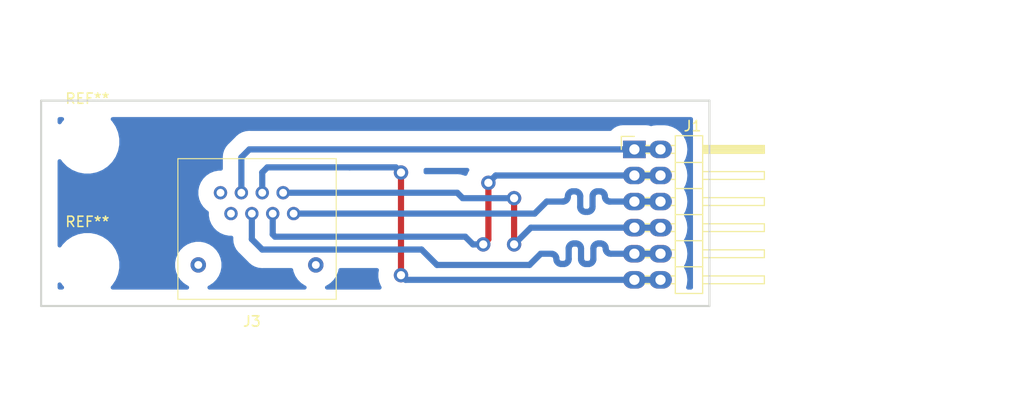
<source format=kicad_pcb>
(kicad_pcb (version 20171130) (host pcbnew "(5.1.6)-1")

  (general
    (thickness 1.6)
    (drawings 4)
    (tracks 185)
    (zones 0)
    (modules 4)
    (nets 7)
  )

  (page A4)
  (layers
    (0 F.Cu signal)
    (31 B.Cu signal)
    (32 B.Adhes user)
    (33 F.Adhes user)
    (34 B.Paste user)
    (35 F.Paste user)
    (36 B.SilkS user)
    (37 F.SilkS user hide)
    (38 B.Mask user)
    (39 F.Mask user)
    (40 Dwgs.User user hide)
    (41 Cmts.User user)
    (42 Eco1.User user)
    (43 Eco2.User user)
    (44 Edge.Cuts user)
    (45 Margin user)
    (46 B.CrtYd user)
    (47 F.CrtYd user)
    (48 B.Fab user)
    (49 F.Fab user hide)
  )

  (setup
    (last_trace_width 0.25)
    (user_trace_width 0.3)
    (user_trace_width 0.4)
    (user_trace_width 0.6)
    (trace_clearance 0.2)
    (zone_clearance 1.5)
    (zone_45_only no)
    (trace_min 0.2)
    (via_size 0.8)
    (via_drill 0.4)
    (via_min_size 0.4)
    (via_min_drill 0.3)
    (user_via 0.8 0.5)
    (user_via 1.4 0.8)
    (uvia_size 0.3)
    (uvia_drill 0.1)
    (uvias_allowed no)
    (uvia_min_size 0.2)
    (uvia_min_drill 0.1)
    (edge_width 0.15)
    (segment_width 0.2)
    (pcb_text_width 0.3)
    (pcb_text_size 1.5 1.5)
    (mod_edge_width 0.15)
    (mod_text_size 1 1)
    (mod_text_width 0.15)
    (pad_size 3.2 3.2)
    (pad_drill 3.2)
    (pad_to_mask_clearance 0.051)
    (solder_mask_min_width 0.25)
    (aux_axis_origin 0 0)
    (visible_elements 7FFFFFFF)
    (pcbplotparams
      (layerselection 0x01000_fffffffe)
      (usegerberextensions false)
      (usegerberattributes false)
      (usegerberadvancedattributes false)
      (creategerberjobfile false)
      (excludeedgelayer true)
      (linewidth 0.400000)
      (plotframeref false)
      (viasonmask false)
      (mode 1)
      (useauxorigin false)
      (hpglpennumber 1)
      (hpglpenspeed 20)
      (hpglpendiameter 15.000000)
      (psnegative false)
      (psa4output false)
      (plotreference true)
      (plotvalue true)
      (plotinvisibletext false)
      (padsonsilk false)
      (subtractmaskfromsilk false)
      (outputformat 1)
      (mirror false)
      (drillshape 0)
      (scaleselection 1)
      (outputdirectory "RJ45_breakout_gerber/"))
  )

  (net 0 "")
  (net 1 orange)
  (net 2 w_blue)
  (net 3 blue)
  (net 4 w_orange)
  (net 5 w_green)
  (net 6 green)

  (net_class Default "This is the default net class."
    (clearance 0.2)
    (trace_width 0.25)
    (via_dia 0.8)
    (via_drill 0.4)
    (uvia_dia 0.3)
    (uvia_drill 0.1)
    (add_net blue)
    (add_net green)
    (add_net orange)
    (add_net w_blue)
    (add_net w_green)
    (add_net w_orange)
  )

  (module Pin_Headers:Pin_Header_Angled_2x06_Pitch2.54mm (layer F.Cu) (tedit 5F7F3386) (tstamp 5F7F2F66)
    (at 72.7 119.75)
    (descr "Through hole angled pin header, 2x06, 2.54mm pitch, 6mm pin length, double rows")
    (tags "Through hole angled pin header THT 2x06 2.54mm double row")
    (path /5F8001CD)
    (fp_text reference J1 (at 5.655 -2.27) (layer F.SilkS)
      (effects (font (size 1 1) (thickness 0.15)))
    )
    (fp_text value Conn_02x06_Odd_Even (at 5.655 14.97) (layer F.Fab)
      (effects (font (size 1 1) (thickness 0.15)))
    )
    (fp_line (start 13.1 -1.8) (end -1.8 -1.8) (layer F.CrtYd) (width 0.05))
    (fp_line (start 13.1 14.5) (end 13.1 -1.8) (layer F.CrtYd) (width 0.05))
    (fp_line (start -1.8 14.5) (end 13.1 14.5) (layer F.CrtYd) (width 0.05))
    (fp_line (start -1.8 -1.8) (end -1.8 14.5) (layer F.CrtYd) (width 0.05))
    (fp_line (start -1.27 -1.27) (end 0 -1.27) (layer F.SilkS) (width 0.12))
    (fp_line (start -1.27 0) (end -1.27 -1.27) (layer F.SilkS) (width 0.12))
    (fp_line (start 1.042929 13.08) (end 1.497071 13.08) (layer F.SilkS) (width 0.12))
    (fp_line (start 1.042929 12.32) (end 1.497071 12.32) (layer F.SilkS) (width 0.12))
    (fp_line (start 3.582929 13.08) (end 3.98 13.08) (layer F.SilkS) (width 0.12))
    (fp_line (start 3.582929 12.32) (end 3.98 12.32) (layer F.SilkS) (width 0.12))
    (fp_line (start 12.64 13.08) (end 6.64 13.08) (layer F.SilkS) (width 0.12))
    (fp_line (start 12.64 12.32) (end 12.64 13.08) (layer F.SilkS) (width 0.12))
    (fp_line (start 6.64 12.32) (end 12.64 12.32) (layer F.SilkS) (width 0.12))
    (fp_line (start 3.98 11.43) (end 6.64 11.43) (layer F.SilkS) (width 0.12))
    (fp_line (start 1.042929 10.54) (end 1.497071 10.54) (layer F.SilkS) (width 0.12))
    (fp_line (start 1.042929 9.78) (end 1.497071 9.78) (layer F.SilkS) (width 0.12))
    (fp_line (start 3.582929 10.54) (end 3.98 10.54) (layer F.SilkS) (width 0.12))
    (fp_line (start 3.582929 9.78) (end 3.98 9.78) (layer F.SilkS) (width 0.12))
    (fp_line (start 12.64 10.54) (end 6.64 10.54) (layer F.SilkS) (width 0.12))
    (fp_line (start 12.64 9.78) (end 12.64 10.54) (layer F.SilkS) (width 0.12))
    (fp_line (start 6.64 9.78) (end 12.64 9.78) (layer F.SilkS) (width 0.12))
    (fp_line (start 3.98 8.89) (end 6.64 8.89) (layer F.SilkS) (width 0.12))
    (fp_line (start 1.042929 8) (end 1.497071 8) (layer F.SilkS) (width 0.12))
    (fp_line (start 1.042929 7.24) (end 1.497071 7.24) (layer F.SilkS) (width 0.12))
    (fp_line (start 3.582929 8) (end 3.98 8) (layer F.SilkS) (width 0.12))
    (fp_line (start 3.582929 7.24) (end 3.98 7.24) (layer F.SilkS) (width 0.12))
    (fp_line (start 12.64 8) (end 6.64 8) (layer F.SilkS) (width 0.12))
    (fp_line (start 12.64 7.24) (end 12.64 8) (layer F.SilkS) (width 0.12))
    (fp_line (start 6.64 7.24) (end 12.64 7.24) (layer F.SilkS) (width 0.12))
    (fp_line (start 3.98 6.35) (end 6.64 6.35) (layer F.SilkS) (width 0.12))
    (fp_line (start 1.042929 5.46) (end 1.497071 5.46) (layer F.SilkS) (width 0.12))
    (fp_line (start 1.042929 4.7) (end 1.497071 4.7) (layer F.SilkS) (width 0.12))
    (fp_line (start 3.582929 5.46) (end 3.98 5.46) (layer F.SilkS) (width 0.12))
    (fp_line (start 3.582929 4.7) (end 3.98 4.7) (layer F.SilkS) (width 0.12))
    (fp_line (start 12.64 5.46) (end 6.64 5.46) (layer F.SilkS) (width 0.12))
    (fp_line (start 12.64 4.7) (end 12.64 5.46) (layer F.SilkS) (width 0.12))
    (fp_line (start 6.64 4.7) (end 12.64 4.7) (layer F.SilkS) (width 0.12))
    (fp_line (start 3.98 3.81) (end 6.64 3.81) (layer F.SilkS) (width 0.12))
    (fp_line (start 1.042929 2.92) (end 1.497071 2.92) (layer F.SilkS) (width 0.12))
    (fp_line (start 1.042929 2.16) (end 1.497071 2.16) (layer F.SilkS) (width 0.12))
    (fp_line (start 3.582929 2.92) (end 3.98 2.92) (layer F.SilkS) (width 0.12))
    (fp_line (start 3.582929 2.16) (end 3.98 2.16) (layer F.SilkS) (width 0.12))
    (fp_line (start 12.64 2.92) (end 6.64 2.92) (layer F.SilkS) (width 0.12))
    (fp_line (start 12.64 2.16) (end 12.64 2.92) (layer F.SilkS) (width 0.12))
    (fp_line (start 6.64 2.16) (end 12.64 2.16) (layer F.SilkS) (width 0.12))
    (fp_line (start 3.98 1.27) (end 6.64 1.27) (layer F.SilkS) (width 0.12))
    (fp_line (start 1.11 0.38) (end 1.497071 0.38) (layer F.SilkS) (width 0.12))
    (fp_line (start 1.11 -0.38) (end 1.497071 -0.38) (layer F.SilkS) (width 0.12))
    (fp_line (start 3.582929 0.38) (end 3.98 0.38) (layer F.SilkS) (width 0.12))
    (fp_line (start 3.582929 -0.38) (end 3.98 -0.38) (layer F.SilkS) (width 0.12))
    (fp_line (start 6.64 0.28) (end 12.64 0.28) (layer F.SilkS) (width 0.12))
    (fp_line (start 6.64 0.16) (end 12.64 0.16) (layer F.SilkS) (width 0.12))
    (fp_line (start 6.64 0.04) (end 12.64 0.04) (layer F.SilkS) (width 0.12))
    (fp_line (start 6.64 -0.08) (end 12.64 -0.08) (layer F.SilkS) (width 0.12))
    (fp_line (start 6.64 -0.2) (end 12.64 -0.2) (layer F.SilkS) (width 0.12))
    (fp_line (start 6.64 -0.32) (end 12.64 -0.32) (layer F.SilkS) (width 0.12))
    (fp_line (start 12.64 0.38) (end 6.64 0.38) (layer F.SilkS) (width 0.12))
    (fp_line (start 12.64 -0.38) (end 12.64 0.38) (layer F.SilkS) (width 0.12))
    (fp_line (start 6.64 -0.38) (end 12.64 -0.38) (layer F.SilkS) (width 0.12))
    (fp_line (start 6.64 -1.33) (end 3.98 -1.33) (layer F.SilkS) (width 0.12))
    (fp_line (start 6.64 14.03) (end 6.64 -1.33) (layer F.SilkS) (width 0.12))
    (fp_line (start 3.98 14.03) (end 6.64 14.03) (layer F.SilkS) (width 0.12))
    (fp_line (start 3.98 -1.33) (end 3.98 14.03) (layer F.SilkS) (width 0.12))
    (fp_line (start 6.58 13.02) (end 12.58 13.02) (layer F.Fab) (width 0.1))
    (fp_line (start 12.58 12.38) (end 12.58 13.02) (layer F.Fab) (width 0.1))
    (fp_line (start 6.58 12.38) (end 12.58 12.38) (layer F.Fab) (width 0.1))
    (fp_line (start -0.32 13.02) (end 4.04 13.02) (layer F.Fab) (width 0.1))
    (fp_line (start -0.32 12.38) (end -0.32 13.02) (layer F.Fab) (width 0.1))
    (fp_line (start -0.32 12.38) (end 4.04 12.38) (layer F.Fab) (width 0.1))
    (fp_line (start 6.58 10.48) (end 12.58 10.48) (layer F.Fab) (width 0.1))
    (fp_line (start 12.58 9.84) (end 12.58 10.48) (layer F.Fab) (width 0.1))
    (fp_line (start 6.58 9.84) (end 12.58 9.84) (layer F.Fab) (width 0.1))
    (fp_line (start -0.32 10.48) (end 4.04 10.48) (layer F.Fab) (width 0.1))
    (fp_line (start -0.32 9.84) (end -0.32 10.48) (layer F.Fab) (width 0.1))
    (fp_line (start -0.32 9.84) (end 4.04 9.84) (layer F.Fab) (width 0.1))
    (fp_line (start 6.58 7.94) (end 12.58 7.94) (layer F.Fab) (width 0.1))
    (fp_line (start 12.58 7.3) (end 12.58 7.94) (layer F.Fab) (width 0.1))
    (fp_line (start 6.58 7.3) (end 12.58 7.3) (layer F.Fab) (width 0.1))
    (fp_line (start -0.32 7.94) (end 4.04 7.94) (layer F.Fab) (width 0.1))
    (fp_line (start -0.32 7.3) (end -0.32 7.94) (layer F.Fab) (width 0.1))
    (fp_line (start -0.32 7.3) (end 4.04 7.3) (layer F.Fab) (width 0.1))
    (fp_line (start 6.58 5.4) (end 12.58 5.4) (layer F.Fab) (width 0.1))
    (fp_line (start 12.58 4.76) (end 12.58 5.4) (layer F.Fab) (width 0.1))
    (fp_line (start 6.58 4.76) (end 12.58 4.76) (layer F.Fab) (width 0.1))
    (fp_line (start -0.32 5.4) (end 4.04 5.4) (layer F.Fab) (width 0.1))
    (fp_line (start -0.32 4.76) (end -0.32 5.4) (layer F.Fab) (width 0.1))
    (fp_line (start -0.32 4.76) (end 4.04 4.76) (layer F.Fab) (width 0.1))
    (fp_line (start 6.58 2.86) (end 12.58 2.86) (layer F.Fab) (width 0.1))
    (fp_line (start 12.58 2.22) (end 12.58 2.86) (layer F.Fab) (width 0.1))
    (fp_line (start 6.58 2.22) (end 12.58 2.22) (layer F.Fab) (width 0.1))
    (fp_line (start -0.32 2.86) (end 4.04 2.86) (layer F.Fab) (width 0.1))
    (fp_line (start -0.32 2.22) (end -0.32 2.86) (layer F.Fab) (width 0.1))
    (fp_line (start -0.32 2.22) (end 4.04 2.22) (layer F.Fab) (width 0.1))
    (fp_line (start 6.58 0.32) (end 12.58 0.32) (layer F.Fab) (width 0.1))
    (fp_line (start 12.58 -0.32) (end 12.58 0.32) (layer F.Fab) (width 0.1))
    (fp_line (start 6.58 -0.32) (end 12.58 -0.32) (layer F.Fab) (width 0.1))
    (fp_line (start -0.32 0.32) (end 4.04 0.32) (layer F.Fab) (width 0.1))
    (fp_line (start -0.32 -0.32) (end -0.32 0.32) (layer F.Fab) (width 0.1))
    (fp_line (start -0.32 -0.32) (end 4.04 -0.32) (layer F.Fab) (width 0.1))
    (fp_line (start 4.04 -0.635) (end 4.675 -1.27) (layer F.Fab) (width 0.1))
    (fp_line (start 4.04 13.97) (end 4.04 -0.635) (layer F.Fab) (width 0.1))
    (fp_line (start 6.58 13.97) (end 4.04 13.97) (layer F.Fab) (width 0.1))
    (fp_line (start 6.58 -1.27) (end 6.58 13.97) (layer F.Fab) (width 0.1))
    (fp_line (start 4.675 -1.27) (end 6.58 -1.27) (layer F.Fab) (width 0.1))
    (fp_text user %R (at 5.31 6.35 90) (layer F.Fab)
      (effects (font (size 1 1) (thickness 0.15)))
    )
    (pad 12 thru_hole oval (at 2.54 12.7) (size 2.2 1.7) (drill 1) (layers *.Cu *.Mask)
      (net 2 w_blue))
    (pad 11 thru_hole oval (at 0 12.7) (size 2.2 1.7) (drill 1) (layers *.Cu *.Mask)
      (net 2 w_blue))
    (pad 10 thru_hole oval (at 2.54 10.16) (size 2.2 1.7) (drill 1) (layers *.Cu *.Mask)
      (net 3 blue))
    (pad 9 thru_hole oval (at 0 10.16) (size 2.2 1.7) (drill 1) (layers *.Cu *.Mask)
      (net 3 blue))
    (pad 8 thru_hole oval (at 2.54 7.62) (size 2.2 1.7) (drill 1) (layers *.Cu *.Mask)
      (net 6 green))
    (pad 7 thru_hole oval (at 0 7.62) (size 2.2 1.7) (drill 1) (layers *.Cu *.Mask)
      (net 6 green))
    (pad 6 thru_hole oval (at 2.54 5.08) (size 2.2 1.7) (drill 1) (layers *.Cu *.Mask)
      (net 5 w_green))
    (pad 5 thru_hole oval (at 0 5.08) (size 2.2 1.7) (drill 1) (layers *.Cu *.Mask)
      (net 5 w_green))
    (pad 4 thru_hole oval (at 2.54 2.54) (size 2.2 1.7) (drill 1) (layers *.Cu *.Mask)
      (net 4 w_orange))
    (pad 3 thru_hole oval (at 0 2.54) (size 2.2 1.7) (drill 1) (layers *.Cu *.Mask)
      (net 4 w_orange))
    (pad 2 thru_hole oval (at 2.54 0) (size 2.2 1.7) (drill 1) (layers *.Cu *.Mask)
      (net 1 orange))
    (pad 1 thru_hole rect (at 0 0) (size 2.2 1.7) (drill 1) (layers *.Cu *.Mask)
      (net 1 orange))
    (model ${KISYS3DMOD}/Pin_Headers.3dshapes/Pin_Header_Angled_2x06_Pitch2.54mm.wrl
      (at (xyz 0 0 0))
      (scale (xyz 1 1 1))
      (rotate (xyz 0 0 0))
    )
  )

  (module Mounting_Holes:MountingHole_3.2mm_M3 (layer F.Cu) (tedit 5FA443FA) (tstamp 5F7F4B41)
    (at 19.5 119)
    (descr "Mounting Hole 3.2mm, no annular, M3")
    (tags "mounting hole 3.2mm no annular m3")
    (attr virtual)
    (fp_text reference REF** (at 0 -4.2) (layer F.SilkS)
      (effects (font (size 1 1) (thickness 0.15)))
    )
    (fp_text value MountingHole_3.2mm_M3 (at 0 4.2) (layer F.Fab)
      (effects (font (size 1 1) (thickness 0.15)))
    )
    (fp_circle (center 0 0) (end 3.2 0) (layer Cmts.User) (width 0.15))
    (fp_circle (center 0 0) (end 3.45 0) (layer F.CrtYd) (width 0.05))
    (fp_text user %R (at 0.3 0) (layer F.Fab)
      (effects (font (size 1 1) (thickness 0.15)))
    )
    (pad "" np_thru_hole circle (at 0 0) (size 3.2 3.2) (drill 3.2) (layers *.Cu *.Mask))
  )

  (module Mounting_Holes:MountingHole_3.2mm_M3 (layer F.Cu) (tedit 56D1B4CB) (tstamp 5FA43F00)
    (at 19.5 131)
    (descr "Mounting Hole 3.2mm, no annular, M3")
    (tags "mounting hole 3.2mm no annular m3")
    (attr virtual)
    (fp_text reference REF** (at 0 -4.2) (layer F.SilkS)
      (effects (font (size 1 1) (thickness 0.15)))
    )
    (fp_text value MountingHole_3.2mm_M3 (at 0 4.2) (layer F.Fab)
      (effects (font (size 1 1) (thickness 0.15)))
    )
    (fp_circle (center 0 0) (end 3.2 0) (layer Cmts.User) (width 0.15))
    (fp_circle (center 0 0) (end 3.45 0) (layer F.CrtYd) (width 0.05))
    (fp_text user %R (at 0.3 0 90) (layer F.Fab)
      (effects (font (size 1 1) (thickness 0.15)))
    )
    (pad 1 np_thru_hole circle (at 0 0) (size 3.2 3.2) (drill 3.2) (layers *.Cu *.Mask))
  )

  (module wireless:RJ-45_1572189 (layer F.Cu) (tedit 5F7F3314) (tstamp 5DC170FD)
    (at 36 126)
    (path /5DC165BF)
    (fp_text reference J3 (at -0.5 10.5 180) (layer F.SilkS)
      (effects (font (size 1 1) (thickness 0.15)))
    )
    (fp_text value RJ45 (at 0 7 180) (layer F.Fab)
      (effects (font (size 1 1) (thickness 0.15)))
    )
    (fp_line (start -7.7 -5.35) (end 7.7 -5.35) (layer F.SilkS) (width 0.1))
    (fp_line (start 7.7 -5.35) (end 7.7 8.35) (layer F.SilkS) (width 0.1))
    (fp_line (start 7.7 8.35) (end -7.7 8.35) (layer F.SilkS) (width 0.1))
    (fp_line (start -7.7 8.35) (end -7.7 -5.35) (layer F.SilkS) (width 0.1))
    (pad "" np_thru_hole circle (at 5.715 5) (size 1.5 1.5) (drill 0.762) (layers *.Cu *.Mask))
    (pad "" np_thru_hole circle (at -5.715 5) (size 1.5 1.5) (drill 0.762) (layers *.Cu *.Mask))
    (pad 8 thru_hole circle (at -2.535 0) (size 1.3 1.3) (drill 0.762) (layers *.Cu *.Mask))
    (pad 4 thru_hole circle (at -0.505 0) (size 1.3 1.3) (drill 0.762) (layers *.Cu *.Mask)
      (net 3 blue))
    (pad 3 thru_hole circle (at 1.525 0) (size 1.3 1.3) (drill 0.762) (layers *.Cu *.Mask)
      (net 4 w_orange))
    (pad 2 thru_hole circle (at 3.555 0) (size 1.3 1.3) (drill 0.762) (layers *.Cu *.Mask)
      (net 5 w_green))
    (pad 1 thru_hole circle (at 2.535 -2.03) (size 1.3 1.3) (drill 0.762) (layers *.Cu *.Mask)
      (net 6 green))
    (pad 5 thru_hole circle (at 0.505 -2.03) (size 1.3 1.3) (drill 0.762) (layers *.Cu *.Mask)
      (net 2 w_blue))
    (pad 6 thru_hole circle (at -1.525 -2.03) (size 1.3 1.3) (drill 0.762) (layers *.Cu *.Mask)
      (net 1 orange))
    (pad 7 thru_hole circle (at -3.555 -2.03) (size 1.3 1.3) (drill 0.762) (layers *.Cu *.Mask))
  )

  (gr_line (start 15 135) (end 15 115) (layer Edge.Cuts) (width 0.2))
  (gr_line (start 80 135) (end 15 135) (layer Edge.Cuts) (width 0.2) (tstamp 5FA4422F))
  (gr_line (start 80 115) (end 80 135) (layer Edge.Cuts) (width 0.2))
  (gr_line (start 15 115) (end 80 115) (layer Edge.Cuts) (width 0.2))

  (segment (start 72.7 119.75) (end 75.24 119.75) (width 0.6) (layer B.Cu) (net 1))
  (segment (start 35.25 119.75) (end 34.475 120.525) (width 0.6) (layer B.Cu) (net 1))
  (segment (start 72.7 119.75) (end 35.25 119.75) (width 0.6) (layer B.Cu) (net 1))
  (segment (start 34.475 120.525) (end 34.475 123.97) (width 0.6) (layer B.Cu) (net 1))
  (segment (start 72.7 132.45) (end 75.24 132.45) (width 0.6) (layer B.Cu) (net 2))
  (segment (start 36.505 123.97) (end 36.505 121.995) (width 0.6) (layer B.Cu) (net 2))
  (segment (start 36.505 121.995) (end 37 121.5) (width 0.6) (layer B.Cu) (net 2))
  (segment (start 37 121.5) (end 45 121.5) (width 0.6) (layer B.Cu) (net 2))
  (segment (start 45 121.5) (end 49.5 121.5) (width 0.6) (layer B.Cu) (net 2))
  (via (at 50 122) (size 1.4) (drill 0.8) (layers F.Cu B.Cu) (net 2))
  (segment (start 49.5 121.5) (end 50 122) (width 0.6) (layer B.Cu) (net 2))
  (segment (start 50 122) (end 50 132) (width 0.6) (layer F.Cu) (net 2))
  (via (at 50 132) (size 1.4) (drill 0.8) (layers F.Cu B.Cu) (net 2))
  (segment (start 50.45 132.45) (end 50 132) (width 0.6) (layer B.Cu) (net 2))
  (segment (start 72.7 132.45) (end 50.45 132.45) (width 0.6) (layer B.Cu) (net 2))
  (segment (start 72.7 129.91) (end 75.24 129.91) (width 0.6) (layer B.Cu) (net 3))
  (segment (start 35.495 128.495) (end 35.495 126) (width 0.6) (layer B.Cu) (net 3))
  (segment (start 36.5 129.5) (end 35.495 128.495) (width 0.6) (layer B.Cu) (net 3))
  (segment (start 52 129.5) (end 36.5 129.5) (width 0.6) (layer B.Cu) (net 3))
  (segment (start 53.5 131) (end 52 129.5) (width 0.6) (layer B.Cu) (net 3))
  (segment (start 63.59 129.91) (end 62.5 131) (width 0.6) (layer B.Cu) (net 3))
  (segment (start 64.61 129.91) (end 63.59 129.91) (width 0.6) (layer B.Cu) (net 3))
  (segment (start 64.72126 129.922537) (end 64.61 129.91) (width 0.6) (layer B.Cu) (net 3))
  (segment (start 64.826941 129.959516) (end 64.72126 129.922537) (width 0.6) (layer B.Cu) (net 3))
  (segment (start 64.921744 130.019085) (end 64.826941 129.959516) (width 0.6) (layer B.Cu) (net 3))
  (segment (start 65.000915 130.098256) (end 64.921744 130.019085) (width 0.6) (layer B.Cu) (net 3))
  (segment (start 65.060484 130.193059) (end 65.000915 130.098256) (width 0.6) (layer B.Cu) (net 3))
  (segment (start 65.097463 130.29874) (end 65.060484 130.193059) (width 0.6) (layer B.Cu) (net 3))
  (segment (start 65.122536 130.521261) (end 65.097463 130.29874) (width 0.6) (layer B.Cu) (net 3))
  (segment (start 65.219084 130.721745) (end 65.159515 130.626942) (width 0.6) (layer B.Cu) (net 3))
  (segment (start 65.393058 130.860485) (end 65.298255 130.800916) (width 0.6) (layer B.Cu) (net 3))
  (segment (start 65.498739 130.897464) (end 65.393058 130.860485) (width 0.6) (layer B.Cu) (net 3))
  (segment (start 65.61 130.91) (end 65.498739 130.897464) (width 0.6) (layer B.Cu) (net 3))
  (segment (start 65.81 130.91) (end 65.61 130.91) (width 0.6) (layer B.Cu) (net 3))
  (segment (start 65.92126 130.897464) (end 65.81 130.91) (width 0.6) (layer B.Cu) (net 3))
  (segment (start 66.026941 130.860485) (end 65.92126 130.897464) (width 0.6) (layer B.Cu) (net 3))
  (segment (start 66.200915 130.721745) (end 66.121744 130.800916) (width 0.6) (layer B.Cu) (net 3))
  (segment (start 66.260484 130.626942) (end 66.200915 130.721745) (width 0.6) (layer B.Cu) (net 3))
  (segment (start 66.297463 130.521261) (end 66.260484 130.626942) (width 0.6) (layer B.Cu) (net 3))
  (segment (start 66.31 130.41) (end 66.297463 130.521261) (width 0.6) (layer B.Cu) (net 3))
  (segment (start 66.498255 129.019084) (end 66.419084 129.098255) (width 0.6) (layer B.Cu) (net 3))
  (segment (start 66.593058 128.959515) (end 66.498255 129.019084) (width 0.6) (layer B.Cu) (net 3))
  (segment (start 66.698739 128.922536) (end 66.593058 128.959515) (width 0.6) (layer B.Cu) (net 3))
  (segment (start 66.81 128.91) (end 66.698739 128.922536) (width 0.6) (layer B.Cu) (net 3))
  (segment (start 68.759515 129.193058) (end 68.722536 129.298739) (width 0.6) (layer B.Cu) (net 3))
  (segment (start 67.460484 129.193058) (end 67.400915 129.098255) (width 0.6) (layer B.Cu) (net 3))
  (segment (start 66.121744 130.800916) (end 66.026941 130.860485) (width 0.6) (layer B.Cu) (net 3))
  (segment (start 68.71 129.41) (end 68.71 130.41) (width 0.6) (layer B.Cu) (net 3))
  (segment (start 68.993058 128.959515) (end 68.898255 129.019084) (width 0.6) (layer B.Cu) (net 3))
  (segment (start 69.21 128.91) (end 69.098739 128.922536) (width 0.6) (layer B.Cu) (net 3))
  (segment (start 69.626941 128.959515) (end 69.52126 128.922536) (width 0.6) (layer B.Cu) (net 3))
  (segment (start 67.226941 128.959515) (end 67.12126 128.922536) (width 0.6) (layer B.Cu) (net 3))
  (segment (start 68.898255 129.019084) (end 68.819084 129.098255) (width 0.6) (layer B.Cu) (net 3))
  (segment (start 69.721744 129.019084) (end 69.626941 128.959515) (width 0.6) (layer B.Cu) (net 3))
  (segment (start 68.600915 130.721745) (end 68.521744 130.800916) (width 0.6) (layer B.Cu) (net 3))
  (segment (start 66.31 129.41) (end 66.31 130.41) (width 0.6) (layer B.Cu) (net 3))
  (segment (start 70.098255 129.800915) (end 70.019084 129.721744) (width 0.6) (layer B.Cu) (net 3))
  (segment (start 62.5 131) (end 53.5 131) (width 0.6) (layer B.Cu) (net 3))
  (segment (start 70.298739 129.897463) (end 70.193058 129.860484) (width 0.6) (layer B.Cu) (net 3))
  (segment (start 65.159515 130.626942) (end 65.122536 130.521261) (width 0.6) (layer B.Cu) (net 3))
  (segment (start 72.7 129.91) (end 70.41 129.91) (width 0.6) (layer B.Cu) (net 3))
  (segment (start 67.698255 130.800916) (end 67.619084 130.721745) (width 0.6) (layer B.Cu) (net 3))
  (segment (start 70.193058 129.860484) (end 70.098255 129.800915) (width 0.6) (layer B.Cu) (net 3))
  (segment (start 67.898739 130.897464) (end 67.793058 130.860485) (width 0.6) (layer B.Cu) (net 3))
  (segment (start 66.359515 129.193058) (end 66.322536 129.298739) (width 0.6) (layer B.Cu) (net 3))
  (segment (start 68.819084 129.098255) (end 68.759515 129.193058) (width 0.6) (layer B.Cu) (net 3))
  (segment (start 68.722536 129.298739) (end 68.71 129.41) (width 0.6) (layer B.Cu) (net 3))
  (segment (start 69.098739 128.922536) (end 68.993058 128.959515) (width 0.6) (layer B.Cu) (net 3))
  (segment (start 67.793058 130.860485) (end 67.698255 130.800916) (width 0.6) (layer B.Cu) (net 3))
  (segment (start 70.41 129.91) (end 70.298739 129.897463) (width 0.6) (layer B.Cu) (net 3))
  (segment (start 66.419084 129.098255) (end 66.359515 129.193058) (width 0.6) (layer B.Cu) (net 3))
  (segment (start 69.922536 129.52126) (end 69.897463 129.298739) (width 0.6) (layer B.Cu) (net 3))
  (segment (start 67.559515 130.626942) (end 67.522536 130.521261) (width 0.6) (layer B.Cu) (net 3))
  (segment (start 69.41 128.91) (end 69.21 128.91) (width 0.6) (layer B.Cu) (net 3))
  (segment (start 68.21 130.91) (end 68.01 130.91) (width 0.6) (layer B.Cu) (net 3))
  (segment (start 70.019084 129.721744) (end 69.959515 129.626941) (width 0.6) (layer B.Cu) (net 3))
  (segment (start 69.800915 129.098255) (end 69.721744 129.019084) (width 0.6) (layer B.Cu) (net 3))
  (segment (start 67.321744 129.019084) (end 67.226941 128.959515) (width 0.6) (layer B.Cu) (net 3))
  (segment (start 66.322536 129.298739) (end 66.31 129.41) (width 0.6) (layer B.Cu) (net 3))
  (segment (start 69.52126 128.922536) (end 69.41 128.91) (width 0.6) (layer B.Cu) (net 3))
  (segment (start 69.860484 129.193058) (end 69.800915 129.098255) (width 0.6) (layer B.Cu) (net 3))
  (segment (start 67.01 128.91) (end 66.81 128.91) (width 0.6) (layer B.Cu) (net 3))
  (segment (start 69.897463 129.298739) (end 69.860484 129.193058) (width 0.6) (layer B.Cu) (net 3))
  (segment (start 68.32126 130.897464) (end 68.21 130.91) (width 0.6) (layer B.Cu) (net 3))
  (segment (start 65.298255 130.800916) (end 65.219084 130.721745) (width 0.6) (layer B.Cu) (net 3))
  (segment (start 68.71 130.41) (end 68.697463 130.521261) (width 0.6) (layer B.Cu) (net 3))
  (segment (start 68.697463 130.521261) (end 68.660484 130.626942) (width 0.6) (layer B.Cu) (net 3))
  (segment (start 68.660484 130.626942) (end 68.600915 130.721745) (width 0.6) (layer B.Cu) (net 3))
  (segment (start 68.521744 130.800916) (end 68.426941 130.860485) (width 0.6) (layer B.Cu) (net 3))
  (segment (start 68.426941 130.860485) (end 68.32126 130.897464) (width 0.6) (layer B.Cu) (net 3))
  (segment (start 68.01 130.91) (end 67.898739 130.897464) (width 0.6) (layer B.Cu) (net 3))
  (segment (start 67.619084 130.721745) (end 67.559515 130.626942) (width 0.6) (layer B.Cu) (net 3))
  (segment (start 67.522536 130.521261) (end 67.51 130.41) (width 0.6) (layer B.Cu) (net 3))
  (segment (start 67.51 130.41) (end 67.51 129.41) (width 0.6) (layer B.Cu) (net 3))
  (segment (start 67.51 129.41) (end 67.497463 129.298739) (width 0.6) (layer B.Cu) (net 3))
  (segment (start 67.497463 129.298739) (end 67.460484 129.193058) (width 0.6) (layer B.Cu) (net 3))
  (segment (start 67.400915 129.098255) (end 67.321744 129.019084) (width 0.6) (layer B.Cu) (net 3))
  (segment (start 69.959515 129.626941) (end 69.922536 129.52126) (width 0.6) (layer B.Cu) (net 3))
  (segment (start 67.12126 128.922536) (end 67.01 128.91) (width 0.6) (layer B.Cu) (net 3))
  (segment (start 72.7 122.29) (end 75.24 122.29) (width 0.6) (layer B.Cu) (net 4))
  (segment (start 72.7 122.29) (end 59.21 122.29) (width 0.6) (layer B.Cu) (net 4))
  (segment (start 59.21 122.29) (end 58.5 123) (width 0.6) (layer B.Cu) (net 4))
  (segment (start 58.5 123) (end 58.5 128.5) (width 0.6) (layer F.Cu) (net 4))
  (segment (start 58.5 128.5) (end 58 129) (width 0.6) (layer F.Cu) (net 4))
  (via (at 58 129) (size 1.4) (drill 0.8) (layers F.Cu B.Cu) (net 4))
  (segment (start 37.525 128.025) (end 37.525 126) (width 0.6) (layer B.Cu) (net 4))
  (segment (start 58 129) (end 57 129) (width 0.6) (layer B.Cu) (net 4))
  (segment (start 56.25 128.25) (end 37.75 128.25) (width 0.6) (layer B.Cu) (net 4))
  (segment (start 57 129) (end 56.25 128.25) (width 0.6) (layer B.Cu) (net 4))
  (segment (start 37.75 128.25) (end 37.525 128.025) (width 0.6) (layer B.Cu) (net 4))
  (segment (start 58.5 123) (end 58.5 123) (width 0.6) (layer B.Cu) (net 4) (tstamp 5FA441E3))
  (via (at 58.5 123) (size 1.4) (drill 0.8) (layers F.Cu B.Cu) (net 4))
  (segment (start 72.7 124.83) (end 75.24 124.83) (width 0.6) (layer B.Cu) (net 5))
  (segment (start 63 126) (end 39.555 126) (width 0.6) (layer B.Cu) (net 5))
  (segment (start 64.17 124.83) (end 63 126) (width 0.6) (layer B.Cu) (net 5))
  (segment (start 65.73 124.83) (end 64.17 124.83) (width 0.6) (layer B.Cu) (net 5))
  (segment (start 65.84126 124.817463) (end 65.73 124.83) (width 0.6) (layer B.Cu) (net 5))
  (segment (start 65.946941 124.780484) (end 65.84126 124.817463) (width 0.6) (layer B.Cu) (net 5))
  (segment (start 66.041744 124.720915) (end 65.946941 124.780484) (width 0.6) (layer B.Cu) (net 5))
  (segment (start 66.120915 124.641744) (end 66.041744 124.720915) (width 0.6) (layer B.Cu) (net 5))
  (segment (start 66.180484 124.546941) (end 66.120915 124.641744) (width 0.6) (layer B.Cu) (net 5))
  (segment (start 66.217463 124.44126) (end 66.180484 124.546941) (width 0.6) (layer B.Cu) (net 5))
  (segment (start 66.242536 124.218739) (end 66.217463 124.44126) (width 0.6) (layer B.Cu) (net 5))
  (segment (start 66.279515 124.113058) (end 66.242536 124.218739) (width 0.6) (layer B.Cu) (net 5))
  (segment (start 66.339084 124.018255) (end 66.279515 124.113058) (width 0.6) (layer B.Cu) (net 5))
  (segment (start 66.418255 123.939084) (end 66.339084 124.018255) (width 0.6) (layer B.Cu) (net 5))
  (segment (start 66.513058 123.879515) (end 66.418255 123.939084) (width 0.6) (layer B.Cu) (net 5))
  (segment (start 66.618739 123.842536) (end 66.513058 123.879515) (width 0.6) (layer B.Cu) (net 5))
  (segment (start 66.73 123.83) (end 66.618739 123.842536) (width 0.6) (layer B.Cu) (net 5))
  (segment (start 68.679515 124.113058) (end 68.642536 124.218739) (width 0.6) (layer B.Cu) (net 5))
  (segment (start 67.539084 125.641745) (end 67.479515 125.546942) (width 0.6) (layer B.Cu) (net 5))
  (segment (start 68.818255 123.939084) (end 68.739084 124.018255) (width 0.6) (layer B.Cu) (net 5))
  (segment (start 68.913058 123.879515) (end 68.818255 123.939084) (width 0.6) (layer B.Cu) (net 5))
  (segment (start 69.33 123.83) (end 69.13 123.83) (width 0.6) (layer B.Cu) (net 5))
  (segment (start 69.720915 124.018255) (end 69.641744 123.939084) (width 0.6) (layer B.Cu) (net 5))
  (segment (start 69.44126 123.842536) (end 69.33 123.83) (width 0.6) (layer B.Cu) (net 5))
  (segment (start 69.641744 123.939084) (end 69.546941 123.879515) (width 0.6) (layer B.Cu) (net 5))
  (segment (start 68.63 125.33) (end 68.617463 125.441261) (width 0.6) (layer B.Cu) (net 5))
  (segment (start 69.018739 123.842536) (end 68.913058 123.879515) (width 0.6) (layer B.Cu) (net 5))
  (segment (start 67.818739 125.817464) (end 67.713058 125.780485) (width 0.6) (layer B.Cu) (net 5))
  (segment (start 70.113058 124.780484) (end 70.018255 124.720915) (width 0.6) (layer B.Cu) (net 5))
  (segment (start 69.546941 123.879515) (end 69.44126 123.842536) (width 0.6) (layer B.Cu) (net 5))
  (segment (start 70.018255 124.720915) (end 69.939084 124.641744) (width 0.6) (layer B.Cu) (net 5))
  (segment (start 68.739084 124.018255) (end 68.679515 124.113058) (width 0.6) (layer B.Cu) (net 5))
  (segment (start 69.879515 124.546941) (end 69.842536 124.44126) (width 0.6) (layer B.Cu) (net 5))
  (segment (start 69.780484 124.113058) (end 69.720915 124.018255) (width 0.6) (layer B.Cu) (net 5))
  (segment (start 68.642536 124.218739) (end 68.63 124.33) (width 0.6) (layer B.Cu) (net 5))
  (segment (start 68.346941 125.780485) (end 68.24126 125.817464) (width 0.6) (layer B.Cu) (net 5))
  (segment (start 70.218739 124.817463) (end 70.113058 124.780484) (width 0.6) (layer B.Cu) (net 5))
  (segment (start 68.63 124.33) (end 68.63 125.33) (width 0.6) (layer B.Cu) (net 5))
  (segment (start 72.7 124.83) (end 70.33 124.83) (width 0.6) (layer B.Cu) (net 5))
  (segment (start 70.33 124.83) (end 70.218739 124.817463) (width 0.6) (layer B.Cu) (net 5))
  (segment (start 69.939084 124.641744) (end 69.879515 124.546941) (width 0.6) (layer B.Cu) (net 5))
  (segment (start 69.13 123.83) (end 69.018739 123.842536) (width 0.6) (layer B.Cu) (net 5))
  (segment (start 68.520915 125.641745) (end 68.441744 125.720916) (width 0.6) (layer B.Cu) (net 5))
  (segment (start 69.817463 124.218739) (end 69.780484 124.113058) (width 0.6) (layer B.Cu) (net 5))
  (segment (start 69.842536 124.44126) (end 69.817463 124.218739) (width 0.6) (layer B.Cu) (net 5))
  (segment (start 67.479515 125.546942) (end 67.442536 125.441261) (width 0.6) (layer B.Cu) (net 5))
  (segment (start 68.617463 125.441261) (end 68.580484 125.546942) (width 0.6) (layer B.Cu) (net 5))
  (segment (start 68.580484 125.546942) (end 68.520915 125.641745) (width 0.6) (layer B.Cu) (net 5))
  (segment (start 68.441744 125.720916) (end 68.346941 125.780485) (width 0.6) (layer B.Cu) (net 5))
  (segment (start 67.146941 123.879515) (end 67.04126 123.842536) (width 0.6) (layer B.Cu) (net 5))
  (segment (start 68.24126 125.817464) (end 68.13 125.83) (width 0.6) (layer B.Cu) (net 5))
  (segment (start 68.13 125.83) (end 67.93 125.83) (width 0.6) (layer B.Cu) (net 5))
  (segment (start 67.618255 125.720916) (end 67.539084 125.641745) (width 0.6) (layer B.Cu) (net 5))
  (segment (start 67.93 125.83) (end 67.818739 125.817464) (width 0.6) (layer B.Cu) (net 5))
  (segment (start 67.713058 125.780485) (end 67.618255 125.720916) (width 0.6) (layer B.Cu) (net 5))
  (segment (start 67.442536 125.441261) (end 67.43 125.33) (width 0.6) (layer B.Cu) (net 5))
  (segment (start 67.43 125.33) (end 67.43 124.33) (width 0.6) (layer B.Cu) (net 5))
  (segment (start 67.320915 124.018255) (end 67.241744 123.939084) (width 0.6) (layer B.Cu) (net 5))
  (segment (start 67.43 124.33) (end 67.417463 124.218739) (width 0.6) (layer B.Cu) (net 5))
  (segment (start 67.417463 124.218739) (end 67.380484 124.113058) (width 0.6) (layer B.Cu) (net 5))
  (segment (start 67.04126 123.842536) (end 66.93 123.83) (width 0.6) (layer B.Cu) (net 5))
  (segment (start 67.380484 124.113058) (end 67.320915 124.018255) (width 0.6) (layer B.Cu) (net 5))
  (segment (start 66.93 123.83) (end 66.73 123.83) (width 0.6) (layer B.Cu) (net 5))
  (segment (start 67.241744 123.939084) (end 67.146941 123.879515) (width 0.6) (layer B.Cu) (net 5))
  (segment (start 72.7 127.37) (end 75.24 127.37) (width 0.6) (layer B.Cu) (net 6))
  (segment (start 72.7 127.37) (end 62.63 127.37) (width 0.6) (layer B.Cu) (net 6))
  (via (at 61 129) (size 1.4) (drill 0.8) (layers F.Cu B.Cu) (net 6))
  (segment (start 62.63 127.37) (end 61 129) (width 0.6) (layer B.Cu) (net 6))
  (segment (start 61 129) (end 61 124.5) (width 0.6) (layer F.Cu) (net 6))
  (via (at 61 124.5) (size 1.4) (drill 0.8) (layers F.Cu B.Cu) (net 6))
  (segment (start 55.47 123.97) (end 38.535 123.97) (width 0.6) (layer B.Cu) (net 6))
  (segment (start 61 124.5) (end 56 124.5) (width 0.6) (layer B.Cu) (net 6))
  (segment (start 56 124.5) (end 55.47 123.97) (width 0.6) (layer B.Cu) (net 6))

  (zone (net 0) (net_name "") (layer B.Cu) (tstamp 5FAA9E9D) (hatch edge 0.508)
    (connect_pads (clearance 1.5))
    (min_thickness 0.4)
    (fill yes (arc_segments 16) (thermal_gap 0.9) (thermal_bridge_width 0.9))
    (polygon
      (pts
        (xy 110.6 105.2) (xy 110.6 143.8) (xy 11 141.5) (xy 15 105.2)
      )
    )
    (filled_polygon
      (pts
        (xy 78.200001 133.2) (xy 77.927232 133.2) (xy 78.003103 132.949887) (xy 78.052338 132.45) (xy 78.003103 131.950113)
        (xy 77.857292 131.469436) (xy 77.702585 131.18) (xy 77.857292 130.890564) (xy 78.003103 130.409887) (xy 78.052338 129.91)
        (xy 78.003103 129.410113) (xy 77.857292 128.929436) (xy 77.702585 128.64) (xy 77.857292 128.350564) (xy 78.003103 127.869887)
        (xy 78.052338 127.37) (xy 78.003103 126.870113) (xy 77.857292 126.389436) (xy 77.702585 126.1) (xy 77.857292 125.810564)
        (xy 78.003103 125.329887) (xy 78.052338 124.83) (xy 78.003103 124.330113) (xy 77.857292 123.849436) (xy 77.702585 123.56)
        (xy 77.857292 123.270564) (xy 78.003103 122.789887) (xy 78.052338 122.29) (xy 78.003103 121.790113) (xy 77.857292 121.309436)
        (xy 77.702585 121.02) (xy 77.857292 120.730564) (xy 78.003103 120.249887) (xy 78.052338 119.75) (xy 78.003103 119.250113)
        (xy 77.857292 118.769436) (xy 77.620506 118.326441) (xy 77.301847 117.938153) (xy 76.913559 117.619494) (xy 76.470564 117.382708)
        (xy 75.989887 117.236897) (xy 75.615269 117.2) (xy 74.864731 117.2) (xy 74.490113 117.236897) (xy 74.331957 117.284873)
        (xy 74.133258 117.224598) (xy 73.8 117.191775) (xy 71.6 117.191775) (xy 71.266742 117.224598) (xy 70.946291 117.321806)
        (xy 70.650961 117.479663) (xy 70.392103 117.692103) (xy 70.344588 117.75) (xy 35.348251 117.75) (xy 35.25 117.740323)
        (xy 35.151749 117.75) (xy 35.151747 117.75) (xy 34.857931 117.778938) (xy 34.48093 117.893301) (xy 34.133484 118.079014)
        (xy 34.133482 118.079015) (xy 34.133483 118.079015) (xy 33.828944 118.328944) (xy 33.766308 118.405266) (xy 33.130266 119.041308)
        (xy 33.053944 119.103944) (xy 32.804015 119.408483) (xy 32.618301 119.755931) (xy 32.503938 120.132932) (xy 32.475 120.426748)
        (xy 32.475 120.426757) (xy 32.465324 120.525) (xy 32.475 120.623243) (xy 32.475 121.62) (xy 32.213545 121.62)
        (xy 31.75953 121.710309) (xy 31.331857 121.887457) (xy 30.946962 122.144636) (xy 30.619636 122.471962) (xy 30.362457 122.856857)
        (xy 30.185309 123.28453) (xy 30.095 123.738545) (xy 30.095 124.201455) (xy 30.185309 124.65547) (xy 30.362457 125.083143)
        (xy 30.619636 125.468038) (xy 30.946962 125.795364) (xy 31.115 125.907644) (xy 31.115 126.231455) (xy 31.205309 126.68547)
        (xy 31.382457 127.113143) (xy 31.639636 127.498038) (xy 31.966962 127.825364) (xy 32.351857 128.082543) (xy 32.77953 128.259691)
        (xy 33.233545 128.35) (xy 33.495 128.35) (xy 33.495 128.396756) (xy 33.485324 128.495) (xy 33.495 128.593243)
        (xy 33.495 128.593252) (xy 33.523938 128.887068) (xy 33.638301 129.264069) (xy 33.824015 129.611517) (xy 34.073944 129.916056)
        (xy 34.150266 129.978692) (xy 35.016308 130.844734) (xy 35.078944 130.921056) (xy 35.256019 131.066378) (xy 35.383484 131.170986)
        (xy 35.706498 131.34364) (xy 35.73093 131.356699) (xy 36.107931 131.471062) (xy 36.401747 131.5) (xy 36.401757 131.5)
        (xy 36.5 131.509676) (xy 36.598243 131.5) (xy 39.316458 131.5) (xy 39.359152 131.714639) (xy 39.543838 132.16051)
        (xy 39.81196 132.561784) (xy 40.153216 132.90304) (xy 40.55449 133.171162) (xy 40.624111 133.2) (xy 31.375889 133.2)
        (xy 31.44551 133.171162) (xy 31.846784 132.90304) (xy 32.18804 132.561784) (xy 32.456162 132.16051) (xy 32.640848 131.714639)
        (xy 32.735 131.241304) (xy 32.735 130.758696) (xy 32.640848 130.285361) (xy 32.456162 129.83949) (xy 32.18804 129.438216)
        (xy 31.846784 129.09696) (xy 31.44551 128.828838) (xy 30.999639 128.644152) (xy 30.526304 128.55) (xy 30.043696 128.55)
        (xy 29.570361 128.644152) (xy 29.12449 128.828838) (xy 28.723216 129.09696) (xy 28.38196 129.438216) (xy 28.113838 129.83949)
        (xy 27.929152 130.285361) (xy 27.835 130.758696) (xy 27.835 131.241304) (xy 27.929152 131.714639) (xy 28.113838 132.16051)
        (xy 28.38196 132.561784) (xy 28.723216 132.90304) (xy 29.12449 133.171162) (xy 29.194111 133.2) (xy 21.966904 133.2)
        (xy 22.063277 133.103627) (xy 22.424422 132.563136) (xy 22.673183 131.962574) (xy 22.8 131.325022) (xy 22.8 130.674978)
        (xy 22.673183 130.037426) (xy 22.424422 129.436864) (xy 22.063277 128.896373) (xy 21.603627 128.436723) (xy 21.063136 128.075578)
        (xy 20.462574 127.826817) (xy 19.825022 127.7) (xy 19.174978 127.7) (xy 18.537426 127.826817) (xy 17.936864 128.075578)
        (xy 17.396373 128.436723) (xy 16.936723 128.896373) (xy 16.8 129.100993) (xy 16.8 120.899007) (xy 16.936723 121.103627)
        (xy 17.396373 121.563277) (xy 17.936864 121.924422) (xy 18.537426 122.173183) (xy 19.174978 122.3) (xy 19.825022 122.3)
        (xy 20.462574 122.173183) (xy 21.063136 121.924422) (xy 21.603627 121.563277) (xy 22.063277 121.103627) (xy 22.424422 120.563136)
        (xy 22.673183 119.962574) (xy 22.8 119.325022) (xy 22.8 118.674978) (xy 22.673183 118.037426) (xy 22.424422 117.436864)
        (xy 22.063277 116.896373) (xy 21.966904 116.8) (xy 78.2 116.8)
      )
    )
    (filled_polygon
      (pts
        (xy 16.936723 133.103627) (xy 17.033096 133.2) (xy 16.8 133.2) (xy 16.8 132.899007)
      )
    )
    (filled_polygon
      (pts
        (xy 47.6 131.763621) (xy 47.6 132.236379) (xy 47.69223 132.700054) (xy 47.873147 133.136826) (xy 47.915359 133.2)
        (xy 42.805889 133.2) (xy 42.87551 133.171162) (xy 43.276784 132.90304) (xy 43.61804 132.561784) (xy 43.886162 132.16051)
        (xy 44.070848 131.714639) (xy 44.113542 131.5) (xy 47.652437 131.5)
      )
    )
    (filled_polygon
      (pts
        (xy 56.373147 121.863174) (xy 56.264018 122.126636) (xy 56.23907 122.113301) (xy 55.862069 121.998938) (xy 55.568253 121.97)
        (xy 55.568243 121.97) (xy 55.47 121.960324) (xy 55.371757 121.97) (xy 52.4 121.97) (xy 52.4 121.763621)
        (xy 52.397291 121.75) (xy 56.448767 121.75)
      )
    )
    (filled_polygon
      (pts
        (xy 16.936723 116.896373) (xy 16.8 117.100993) (xy 16.8 116.8) (xy 17.033096 116.8)
      )
    )
  )
)

</source>
